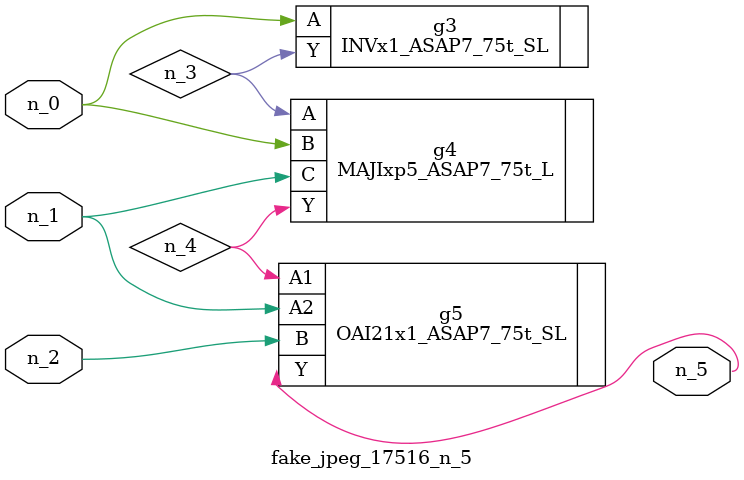
<source format=v>
module fake_jpeg_17516_n_5 (n_0, n_2, n_1, n_5);

input n_0;
input n_2;
input n_1;

output n_5;

wire n_3;
wire n_4;

INVx1_ASAP7_75t_SL g3 ( 
.A(n_0),
.Y(n_3)
);

MAJIxp5_ASAP7_75t_L g4 ( 
.A(n_3),
.B(n_0),
.C(n_1),
.Y(n_4)
);

OAI21x1_ASAP7_75t_SL g5 ( 
.A1(n_4),
.A2(n_1),
.B(n_2),
.Y(n_5)
);


endmodule
</source>
